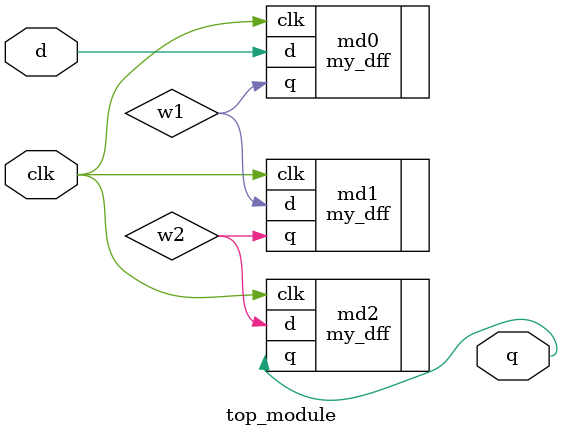
<source format=v>

module top_module ( input clk, input d, output q );
    wire w1, w2;

    my_dff md0(.clk(clk), .d(d), .q(w1));
    my_dff md1(.clk(clk), .d(w1), .q(w2));
    my_dff md2(.clk(clk), .d(w2), .q(q));
endmodule

</source>
